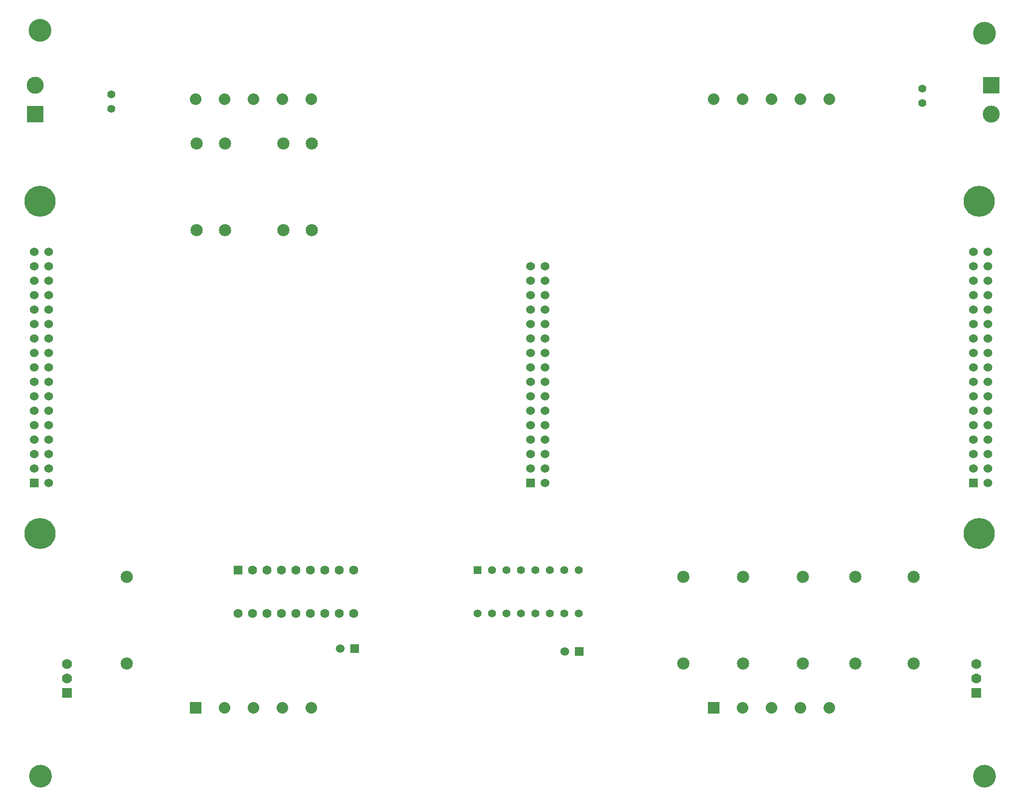
<source format=gbs>
G04 (created by PCBNEW (2013-07-07 BZR 4022)-stable) date 12/17/2014 10:58:18 AM*
%MOIN*%
G04 Gerber Fmt 3.4, Leading zero omitted, Abs format*
%FSLAX34Y34*%
G01*
G70*
G90*
G04 APERTURE LIST*
%ADD10C,0.00590551*%
%ADD11R,0.08X0.08*%
%ADD12C,0.08*%
%ADD13R,0.0629921X0.0629921*%
%ADD14C,0.0629921*%
%ADD15R,0.055X0.055*%
%ADD16C,0.055*%
%ADD17C,0.07*%
%ADD18R,0.07X0.07*%
%ADD19C,0.0843701*%
%ADD20R,0.06X0.06*%
%ADD21C,0.06*%
%ADD22R,0.1181X0.1181*%
%ADD23C,0.1181*%
%ADD24C,0.215*%
%ADD25C,0.15748*%
G04 APERTURE END LIST*
G54D10*
G54D11*
X40212Y-81444D03*
G54D12*
X42212Y-81444D03*
X44212Y-81444D03*
X46212Y-81444D03*
X46212Y-39318D03*
X44212Y-39318D03*
X42212Y-39318D03*
X40212Y-39318D03*
X48212Y-81444D03*
X48212Y-39318D03*
G54D13*
X43145Y-71925D03*
G54D14*
X44145Y-71925D03*
X45145Y-71925D03*
X46145Y-71925D03*
X47145Y-71925D03*
X48145Y-71925D03*
X49145Y-71925D03*
X50145Y-71925D03*
X51145Y-71925D03*
X51145Y-74925D03*
X50145Y-74925D03*
X49145Y-74925D03*
X48145Y-74925D03*
X47145Y-74925D03*
X46145Y-74925D03*
X45145Y-74925D03*
X44145Y-74925D03*
X43145Y-74925D03*
G54D15*
X59688Y-71925D03*
G54D16*
X60688Y-71925D03*
X61688Y-71925D03*
X62688Y-71925D03*
X63688Y-71925D03*
X64688Y-71925D03*
X65688Y-71925D03*
X66688Y-71925D03*
X66688Y-74925D03*
X65688Y-74925D03*
X64688Y-74925D03*
X63688Y-74925D03*
X62688Y-74925D03*
X61688Y-74925D03*
X60688Y-74925D03*
X59688Y-74925D03*
G54D17*
X31299Y-78429D03*
X31299Y-79429D03*
G54D18*
X31299Y-80429D03*
G54D17*
X94192Y-78429D03*
X94192Y-79429D03*
G54D18*
X94192Y-80429D03*
G54D16*
X90452Y-38574D03*
X90452Y-39574D03*
X34370Y-39980D03*
X34370Y-38980D03*
G54D11*
X76039Y-81444D03*
G54D12*
X78039Y-81444D03*
X80039Y-81444D03*
X82039Y-81444D03*
X82039Y-39318D03*
X80039Y-39318D03*
X78039Y-39318D03*
X76039Y-39318D03*
X84039Y-81444D03*
X84039Y-39318D03*
G54D19*
X35433Y-78393D03*
X35433Y-72393D03*
G54D20*
X66740Y-77559D03*
G54D21*
X65740Y-77559D03*
G54D19*
X40255Y-48374D03*
X40255Y-42374D03*
X89862Y-78393D03*
X89862Y-72393D03*
X85826Y-72393D03*
X85826Y-78393D03*
X42224Y-48374D03*
X42224Y-42374D03*
X73917Y-72393D03*
X73917Y-78393D03*
X78051Y-72393D03*
X78051Y-78393D03*
X82185Y-72393D03*
X82185Y-78393D03*
X48228Y-48374D03*
X48228Y-42374D03*
X46259Y-48374D03*
X46259Y-42374D03*
G54D20*
X51188Y-77362D03*
G54D21*
X50188Y-77362D03*
G54D22*
X95236Y-38370D03*
G54D23*
X95236Y-40370D03*
G54D22*
X29094Y-40370D03*
G54D23*
X29094Y-38370D03*
G54D20*
X29027Y-65874D03*
G54D21*
X30027Y-65874D03*
X29027Y-64874D03*
X30027Y-64874D03*
X29027Y-63874D03*
X30027Y-63874D03*
X29027Y-62874D03*
X30027Y-62874D03*
X29027Y-61874D03*
X30027Y-61874D03*
X29027Y-60874D03*
X30027Y-60874D03*
X29027Y-59874D03*
X30027Y-59874D03*
X29027Y-58874D03*
X30027Y-58874D03*
X29027Y-57874D03*
X30027Y-57874D03*
X29027Y-56874D03*
X30027Y-56874D03*
G54D24*
X29427Y-69374D03*
G54D21*
X29027Y-55874D03*
X30027Y-55874D03*
X29027Y-54874D03*
X30027Y-54874D03*
X29027Y-53874D03*
X30027Y-53874D03*
X29027Y-52874D03*
X30027Y-52874D03*
X29027Y-51874D03*
X30027Y-51874D03*
X29027Y-50874D03*
X30027Y-50874D03*
X29027Y-49874D03*
X30027Y-49874D03*
G54D24*
X29427Y-46374D03*
G54D20*
X93988Y-65874D03*
G54D21*
X94988Y-65874D03*
X93988Y-64874D03*
X94988Y-64874D03*
X93988Y-63874D03*
X94988Y-63874D03*
X93988Y-62874D03*
X94988Y-62874D03*
X93988Y-61874D03*
X94988Y-61874D03*
X93988Y-60874D03*
X94988Y-60874D03*
X93988Y-59874D03*
X94988Y-59874D03*
X93988Y-58874D03*
X94988Y-58874D03*
X93988Y-57874D03*
X94988Y-57874D03*
X93988Y-56874D03*
X94988Y-56874D03*
G54D24*
X94388Y-69374D03*
G54D21*
X93988Y-55874D03*
X94988Y-55874D03*
X93988Y-54874D03*
X94988Y-54874D03*
X93988Y-53874D03*
X94988Y-53874D03*
X93988Y-52874D03*
X94988Y-52874D03*
X93988Y-51874D03*
X94988Y-51874D03*
X93988Y-50874D03*
X94988Y-50874D03*
X93988Y-49874D03*
X94988Y-49874D03*
G54D24*
X94388Y-46374D03*
G54D20*
X63377Y-65897D03*
G54D21*
X64377Y-65897D03*
X63377Y-60897D03*
X64377Y-64897D03*
X63377Y-59897D03*
X64377Y-63897D03*
X63377Y-58897D03*
X64377Y-62897D03*
X63377Y-57897D03*
X64377Y-61897D03*
X63377Y-56897D03*
X64377Y-60897D03*
X63377Y-55897D03*
X64377Y-59897D03*
X63377Y-54897D03*
X64377Y-58897D03*
X63377Y-53897D03*
X64377Y-57897D03*
X63377Y-52897D03*
X64377Y-56897D03*
X63377Y-51897D03*
X64377Y-55897D03*
X63377Y-50897D03*
X64377Y-54897D03*
X64377Y-53897D03*
X64377Y-52897D03*
X64377Y-50897D03*
X63377Y-64897D03*
X63377Y-63897D03*
X63377Y-62897D03*
X63377Y-61897D03*
X64377Y-51897D03*
G54D25*
X29440Y-34570D03*
X29480Y-86196D03*
X94755Y-86204D03*
X94763Y-34771D03*
M02*

</source>
